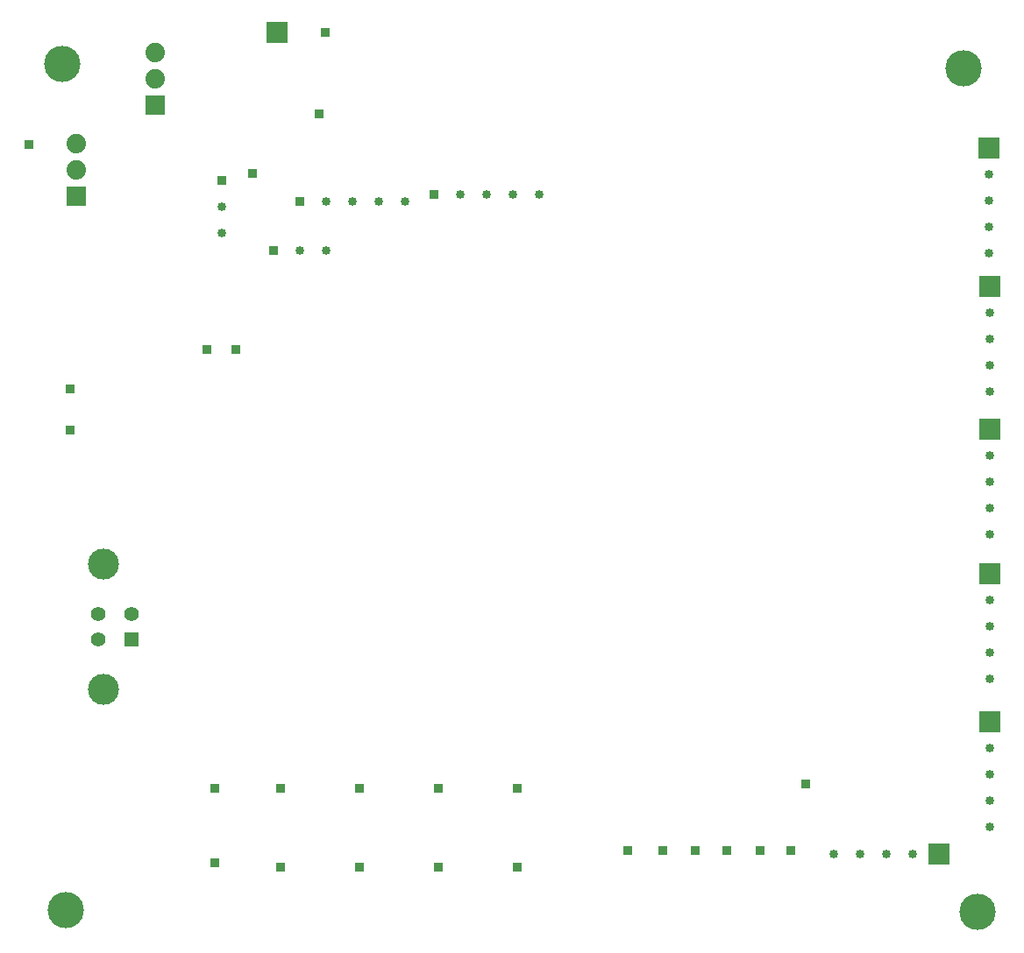
<source format=gbr>
%TF.GenerationSoftware,KiCad,Pcbnew,(6.0.2)*%
%TF.CreationDate,2023-01-31T11:03:36+01:00*%
%TF.ProjectId,schematic,73636865-6d61-4746-9963-2e6b69636164,rev?*%
%TF.SameCoordinates,Original*%
%TF.FileFunction,Soldermask,Bot*%
%TF.FilePolarity,Negative*%
%FSLAX46Y46*%
G04 Gerber Fmt 4.6, Leading zero omitted, Abs format (unit mm)*
G04 Created by KiCad (PCBNEW (6.0.2)) date 2023-01-31 11:03:36*
%MOMM*%
%LPD*%
G01*
G04 APERTURE LIST*
%ADD10R,0.850000X0.850000*%
%ADD11O,0.850000X0.850000*%
%ADD12R,2.000000X2.000000*%
%ADD13R,1.879600X1.879600*%
%ADD14C,1.879600*%
%ADD15C,3.500000*%
%ADD16R,1.400000X1.400000*%
%ADD17C,1.400000*%
%ADD18C,3.000000*%
G04 APERTURE END LIST*
D10*
%TO.C,SW_1*%
X74340000Y-120220000D03*
%TD*%
%TO.C,TP1*%
X50000000Y-50400000D03*
%TD*%
%TO.C,TP1.1*%
X74340000Y-112600000D03*
%TD*%
%TO.C,J1*%
X76200000Y-55880000D03*
D11*
X78740000Y-55880000D03*
X81280000Y-55880000D03*
X83820000Y-55880000D03*
X86360000Y-55880000D03*
%TD*%
D12*
%TO.C,J11*%
X137880000Y-119000000D03*
D11*
X135340000Y-119000000D03*
X132800000Y-119000000D03*
X130260000Y-119000000D03*
X127720000Y-119000000D03*
%TD*%
D10*
%TO.C,TP6*%
X107800000Y-118600000D03*
%TD*%
%TO.C,TP2*%
X71600000Y-53200000D03*
%TD*%
%TO.C,J5*%
X73660000Y-60600000D03*
D11*
X76200000Y-60600000D03*
X78740000Y-60600000D03*
%TD*%
D12*
%TO.C,J9*%
X142800000Y-77902500D03*
D11*
X142800000Y-80442500D03*
X142800000Y-82982500D03*
X142800000Y-85522500D03*
X142800000Y-88062500D03*
%TD*%
D13*
%TO.C,U2*%
X62200000Y-46600000D03*
D14*
X62200000Y-44060000D03*
X62200000Y-41520000D03*
%TD*%
D10*
%TO.C,TP3*%
X78000000Y-47400000D03*
%TD*%
%TO.C,TP9*%
X117400000Y-118600000D03*
%TD*%
%TO.C,J15*%
X54000000Y-78000000D03*
%TD*%
%TO.C,TP4.1*%
X97200000Y-112600000D03*
%TD*%
%TO.C,J3*%
X68600000Y-53860000D03*
D11*
X68600000Y-56400000D03*
X68600000Y-58940000D03*
%TD*%
D10*
%TO.C,SW_2*%
X81960000Y-120220000D03*
%TD*%
%TO.C,SW_3*%
X89580000Y-120220000D03*
%TD*%
D15*
%TO.C,H1*%
X53200000Y-42600000D03*
%TD*%
D10*
%TO.C,TP11*%
X123600000Y-118600000D03*
%TD*%
%TO.C,J14*%
X54000000Y-74000000D03*
%TD*%
D12*
%TO.C,J7*%
X142740000Y-50702500D03*
D11*
X142740000Y-53242500D03*
X142740000Y-55782500D03*
X142740000Y-58322500D03*
X142740000Y-60862500D03*
%TD*%
D10*
%TO.C,SW_5*%
X68000000Y-119800000D03*
%TD*%
D13*
%TO.C,U1*%
X54600000Y-55400000D03*
D14*
X54600000Y-52860000D03*
X54600000Y-50320000D03*
%TD*%
D10*
%TO.C,TP2.1*%
X81960000Y-112600000D03*
%TD*%
%TO.C,TP5.1*%
X68000000Y-112600000D03*
%TD*%
%TO.C,SW_4*%
X97200000Y-120220000D03*
%TD*%
D15*
%TO.C,H2*%
X140300000Y-43000000D03*
%TD*%
D12*
%TO.C,J2*%
X74000000Y-39600000D03*
%TD*%
D15*
%TO.C,H4*%
X53600000Y-124400000D03*
%TD*%
D16*
%TO.C,UART*%
X59882500Y-98250000D03*
D17*
X59882500Y-95750000D03*
X56682500Y-95750000D03*
X56682500Y-98250000D03*
D18*
X57172500Y-103020000D03*
X57172500Y-90980000D03*
%TD*%
D10*
%TO.C,J13*%
X78600000Y-39600000D03*
%TD*%
%TO.C,TP10*%
X120600000Y-118600000D03*
%TD*%
D12*
%TO.C,J12*%
X142800000Y-91902500D03*
D11*
X142800000Y-94442500D03*
X142800000Y-96982500D03*
X142800000Y-99522500D03*
X142800000Y-102062500D03*
%TD*%
D10*
%TO.C,TP5*%
X67200000Y-70200000D03*
%TD*%
D15*
%TO.C,H3*%
X141600000Y-124600000D03*
%TD*%
D10*
%TO.C,TP7*%
X111200000Y-118600000D03*
%TD*%
D12*
%TO.C,J8*%
X142800000Y-64102500D03*
D11*
X142800000Y-66642500D03*
X142800000Y-69182500D03*
X142800000Y-71722500D03*
X142800000Y-74262500D03*
%TD*%
D12*
%TO.C,J10*%
X142800000Y-106190000D03*
D11*
X142800000Y-108730000D03*
X142800000Y-111270000D03*
X142800000Y-113810000D03*
X142800000Y-116350000D03*
%TD*%
D10*
%TO.C,TP4*%
X70000000Y-70200000D03*
%TD*%
%TO.C,J16*%
X125000000Y-112200000D03*
%TD*%
%TO.C,TP3.1*%
X89580000Y-112600000D03*
%TD*%
%TO.C,TP8*%
X114400000Y-118600000D03*
%TD*%
%TO.C,J4*%
X89120000Y-55200000D03*
D11*
X91660000Y-55200000D03*
X94200000Y-55200000D03*
X96740000Y-55200000D03*
X99280000Y-55200000D03*
%TD*%
M02*

</source>
